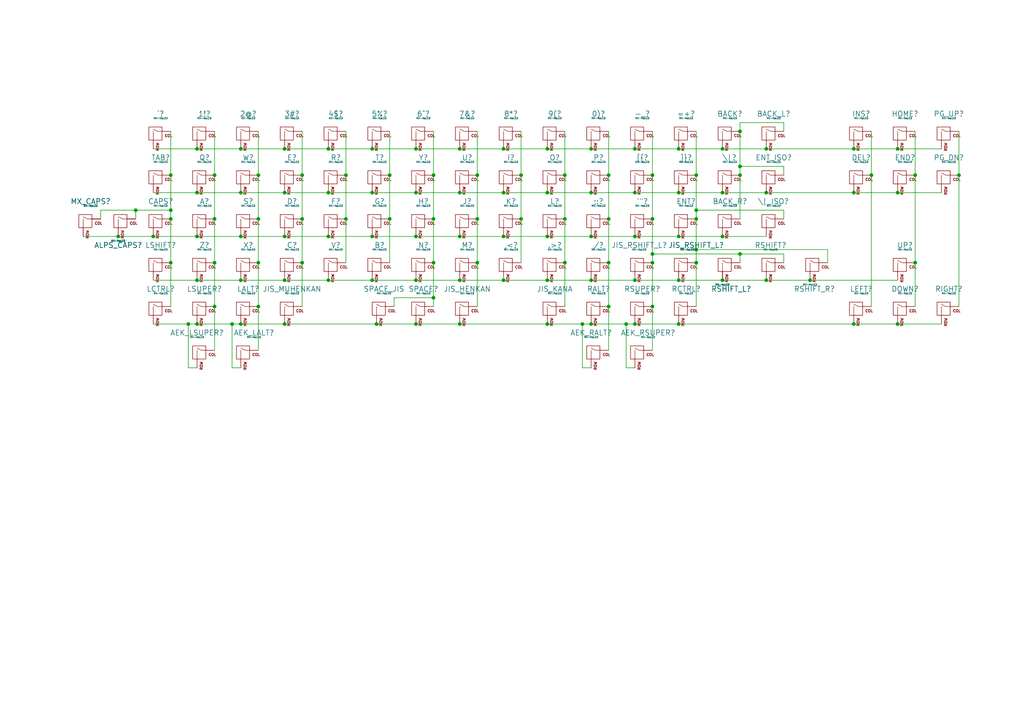
<source format=kicad_sch>
(kicad_sch (version 20211123) (generator eeschema)
  (paper "A4")
  (lib_symbols
    (symbol "MX_Alps_Hybrid:MX-NoLED" (pin_names (offset 1.016))
      (property "Reference" "MX" (at -0.635 3.81 0))
      (property "Value" "MX-NoLED" (at -0.635 1.27 0))
      (symbol "MX-NoLED_0_0"
        (rectangle (start -2.54 2.54) (end 1.27 -1.27))
        (polyline (pts (xy -1.27 -1.27) (xy -1.27 1.27)) (stroke (width 0.127)))
        (polyline (pts (xy 1.27 1.27) (xy 0 1.27) (xy -1.27 1.905)) (stroke (width 0.127)))
        (text "COL" (at 3.175 0 0) (effects (font (size 0.762 0.762))))
        (text "ROW" (at 0 -1.905 900) (effects (font (size 0.762 0.762)) (justify right)))
      )
      (symbol "MX-NoLED_1_1"
        (pin passive line (at 3.81 1.27 180) (length 2.54) (name "COL") (number "1"))
        (pin passive line (at -1.27 -3.81 90) (length 2.54) (name "ROW") (number "2"))
      )
    )
  )
  (junction (at 62.23 88.9))
  (junction (at 120.65 55.88))
  (junction (at 260.35 55.88))
  (junction (at 222.25 55.88))
  (junction (at 133.35 43.18))
  (junction (at 163.83 50.8))
  (junction (at 107.95 81.28))
  (junction (at 82.55 68.58))
  (junction (at 74.93 88.9))
  (junction (at 158.75 43.18))
  (junction (at 158.75 55.88))
  (junction (at 82.55 93.98))
  (junction (at 201.93 72.39))
  (junction (at 57.15 93.98))
  (junction (at 189.23 50.8))
  (junction (at 184.15 93.98))
  (junction (at 107.95 55.88))
  (junction (at 107.95 43.18))
  (junction (at 95.25 55.88))
  (junction (at 176.53 76.2))
  (junction (at 74.93 63.5))
  (junction (at 120.65 68.58))
  (junction (at 260.35 93.98))
  (junction (at 133.35 55.88))
  (junction (at 151.13 50.8))
  (junction (at 113.03 63.5))
  (junction (at 62.23 50.8))
  (junction (at 171.45 68.58))
  (junction (at 133.35 81.28))
  (junction (at 57.15 68.58))
  (junction (at 158.75 68.58))
  (junction (at 214.63 48.26))
  (junction (at 146.05 81.28))
  (junction (at 184.15 43.18))
  (junction (at 125.73 63.5))
  (junction (at 189.23 88.9))
  (junction (at 176.53 50.8))
  (junction (at 107.95 68.58))
  (junction (at 39.37 60.96))
  (junction (at 209.55 81.28))
  (junction (at 87.63 63.5))
  (junction (at 74.93 50.8))
  (junction (at 138.43 76.2))
  (junction (at 247.65 43.18))
  (junction (at 234.95 81.28))
  (junction (at 176.53 88.9))
  (junction (at 247.65 93.98))
  (junction (at 184.15 68.58))
  (junction (at 49.53 60.96))
  (junction (at 222.25 81.28))
  (junction (at 151.13 63.5))
  (junction (at 113.03 50.8))
  (junction (at 214.63 50.8))
  (junction (at 49.53 63.5))
  (junction (at 189.23 76.2))
  (junction (at 278.13 50.8))
  (junction (at 260.35 43.18))
  (junction (at 196.85 93.98))
  (junction (at 95.25 81.28))
  (junction (at 120.65 43.18))
  (junction (at 133.35 93.98))
  (junction (at 201.93 76.2))
  (junction (at 176.53 63.5))
  (junction (at 49.53 76.2))
  (junction (at 62.23 63.5))
  (junction (at 44.45 68.58))
  (junction (at 247.65 55.88))
  (junction (at 184.15 81.28))
  (junction (at 201.93 50.8))
  (junction (at 252.73 50.8))
  (junction (at 168.91 93.98))
  (junction (at 82.55 81.28))
  (junction (at 69.85 93.98))
  (junction (at 265.43 50.8))
  (junction (at 100.33 63.5))
  (junction (at 138.43 63.5))
  (junction (at 171.45 55.88))
  (junction (at 171.45 93.98))
  (junction (at 146.05 43.18))
  (junction (at 209.55 43.18))
  (junction (at 158.75 81.28))
  (junction (at 109.22 93.98))
  (junction (at 163.83 63.5))
  (junction (at 146.05 68.58))
  (junction (at 57.15 81.28))
  (junction (at 214.63 38.1))
  (junction (at 120.65 93.98))
  (junction (at 125.73 76.2))
  (junction (at 222.25 43.18))
  (junction (at 171.45 43.18))
  (junction (at 69.85 68.58))
  (junction (at 181.61 93.98))
  (junction (at 214.63 73.66))
  (junction (at 125.73 50.8))
  (junction (at 82.55 55.88))
  (junction (at 69.85 55.88))
  (junction (at 49.53 50.8))
  (junction (at 201.93 63.5))
  (junction (at 163.83 76.2))
  (junction (at 171.45 81.28))
  (junction (at 196.85 81.28))
  (junction (at 133.35 68.58))
  (junction (at 57.15 43.18))
  (junction (at 87.63 50.8))
  (junction (at 201.93 60.96))
  (junction (at 125.73 86.36))
  (junction (at 87.63 76.2))
  (junction (at 196.85 68.58))
  (junction (at 69.85 81.28))
  (junction (at 74.93 76.2))
  (junction (at 196.85 55.88))
  (junction (at 57.15 55.88))
  (junction (at 100.33 50.8))
  (junction (at 95.25 43.18))
  (junction (at 209.55 55.88))
  (junction (at 67.31 93.98))
  (junction (at 209.55 68.58))
  (junction (at 54.61 93.98))
  (junction (at 265.43 76.2))
  (junction (at 138.43 50.8))
  (junction (at 82.55 43.18))
  (junction (at 62.23 76.2))
  (junction (at 95.25 68.58))
  (junction (at 189.23 73.66))
  (junction (at 189.23 63.5))
  (junction (at 120.65 81.28))
  (junction (at 158.75 93.98))
  (junction (at 146.05 55.88))
  (junction (at 184.15 55.88))
  (junction (at 69.85 43.18))
  (junction (at 34.29 68.58))
  (junction (at 196.85 43.18))
  (wire (pts (xy 44.45 81.28) (xy 57.15 81.28)))
  (wire (pts (xy 69.85 81.28) (xy 82.55 81.28)))
  (wire (pts (xy 29.21 60.96) (xy 39.37 60.96)))
  (wire (pts (xy 133.35 55.88) (xy 146.05 55.88)))
  (wire (pts (xy 146.05 55.88) (xy 158.75 55.88)))
  (wire (pts (xy 100.33 38.1) (xy 100.33 50.8)))
  (wire (pts (xy 196.85 68.58) (xy 209.55 68.58)))
  (wire (pts (xy 214.63 35.56) (xy 214.63 38.1)))
  (wire (pts (xy 171.45 55.88) (xy 184.15 55.88)))
  (wire (pts (xy 163.83 76.2) (xy 163.83 88.9)))
  (wire (pts (xy 120.65 93.98) (xy 133.35 93.98)))
  (wire (pts (xy 29.21 60.96) (xy 29.21 63.5)))
  (wire (pts (xy 171.45 93.98) (xy 181.61 93.98)))
  (wire (pts (xy 69.85 43.18) (xy 82.55 43.18)))
  (wire (pts (xy 209.55 68.58) (xy 222.25 68.58)))
  (wire (pts (xy 260.35 55.88) (xy 273.05 55.88)))
  (wire (pts (xy 87.63 38.1) (xy 87.63 50.8)))
  (wire (pts (xy 222.25 55.88) (xy 247.65 55.88)))
  (wire (pts (xy 171.45 81.28) (xy 184.15 81.28)))
  (wire (pts (xy 138.43 63.5) (xy 138.43 76.2)))
  (wire (pts (xy 146.05 43.18) (xy 158.75 43.18)))
  (wire (pts (xy 95.25 68.58) (xy 107.95 68.58)))
  (wire (pts (xy 44.45 43.18) (xy 57.15 43.18)))
  (wire (pts (xy 265.43 50.8) (xy 265.43 76.2)))
  (wire (pts (xy 87.63 50.8) (xy 87.63 63.5)))
  (wire (pts (xy 44.45 93.98) (xy 54.61 93.98)))
  (wire (pts (xy 260.35 93.98) (xy 273.05 93.98)))
  (wire (pts (xy 184.15 93.98) (xy 196.85 93.98)))
  (wire (pts (xy 95.25 55.88) (xy 107.95 55.88)))
  (wire (pts (xy 69.85 55.88) (xy 82.55 55.88)))
  (wire (pts (xy 82.55 81.28) (xy 95.25 81.28)))
  (wire (pts (xy 107.95 55.88) (xy 120.65 55.88)))
  (wire (pts (xy 247.65 93.98) (xy 260.35 93.98)))
  (wire (pts (xy 168.91 106.68) (xy 171.45 106.68)))
  (wire (pts (xy 163.83 63.5) (xy 163.83 76.2)))
  (wire (pts (xy 113.03 38.1) (xy 113.03 50.8)))
  (wire (pts (xy 151.13 50.8) (xy 151.13 63.5)))
  (wire (pts (xy 176.53 88.9) (xy 176.53 101.6)))
  (wire (pts (xy 163.83 38.1) (xy 163.83 50.8)))
  (wire (pts (xy 82.55 93.98) (xy 109.22 93.98)))
  (wire (pts (xy 49.53 63.5) (xy 49.53 76.2)))
  (wire (pts (xy 114.3 86.36) (xy 125.73 86.36)))
  (wire (pts (xy 196.85 43.18) (xy 209.55 43.18)))
  (wire (pts (xy 214.63 50.8) (xy 214.63 63.5)))
  (wire (pts (xy 49.53 50.8) (xy 49.53 60.96)))
  (wire (pts (xy 107.95 81.28) (xy 120.65 81.28)))
  (wire (pts (xy 44.45 55.88) (xy 57.15 55.88)))
  (wire (pts (xy 168.91 93.98) (xy 171.45 93.98)))
  (wire (pts (xy 151.13 38.1) (xy 151.13 50.8)))
  (wire (pts (xy 214.63 48.26) (xy 227.33 48.26)))
  (wire (pts (xy 39.37 60.96) (xy 39.37 63.5)))
  (wire (pts (xy 189.23 38.1) (xy 189.23 50.8)))
  (wire (pts (xy 181.61 93.98) (xy 184.15 93.98)))
  (wire (pts (xy 209.55 43.18) (xy 222.25 43.18)))
  (wire (pts (xy 57.15 55.88) (xy 69.85 55.88)))
  (wire (pts (xy 54.61 93.98) (xy 57.15 93.98)))
  (wire (pts (xy 240.03 76.2) (xy 240.03 72.39)))
  (wire (pts (xy 49.53 76.2) (xy 49.53 88.9)))
  (wire (pts (xy 151.13 63.5) (xy 151.13 76.2)))
  (wire (pts (xy 260.35 43.18) (xy 273.05 43.18)))
  (wire (pts (xy 176.53 38.1) (xy 176.53 50.8)))
  (wire (pts (xy 138.43 50.8) (xy 138.43 63.5)))
  (wire (pts (xy 196.85 55.88) (xy 209.55 55.88)))
  (wire (pts (xy 107.95 68.58) (xy 120.65 68.58)))
  (wire (pts (xy 62.23 76.2) (xy 62.23 88.9)))
  (wire (pts (xy 227.33 35.56) (xy 227.33 38.1)))
  (wire (pts (xy 201.93 38.1) (xy 201.93 50.8)))
  (wire (pts (xy 49.53 38.1) (xy 49.53 50.8)))
  (wire (pts (xy 222.25 81.28) (xy 209.55 81.28)))
  (wire (pts (xy 158.75 43.18) (xy 171.45 43.18)))
  (wire (pts (xy 189.23 88.9) (xy 189.23 101.6)))
  (wire (pts (xy 176.53 50.8) (xy 176.53 63.5)))
  (wire (pts (xy 125.73 38.1) (xy 125.73 50.8)))
  (wire (pts (xy 247.65 55.88) (xy 260.35 55.88)))
  (wire (pts (xy 278.13 38.1) (xy 278.13 50.8)))
  (wire (pts (xy 113.03 50.8) (xy 113.03 63.5)))
  (wire (pts (xy 133.35 81.28) (xy 146.05 81.28)))
  (wire (pts (xy 158.75 81.28) (xy 171.45 81.28)))
  (wire (pts (xy 158.75 55.88) (xy 171.45 55.88)))
  (wire (pts (xy 39.37 60.96) (xy 49.53 60.96)))
  (wire (pts (xy 201.93 50.8) (xy 201.93 60.96)))
  (wire (pts (xy 171.45 43.18) (xy 184.15 43.18)))
  (wire (pts (xy 176.53 76.2) (xy 176.53 88.9)))
  (wire (pts (xy 62.23 38.1) (xy 62.23 50.8)))
  (wire (pts (xy 74.93 76.2) (xy 74.93 88.9)))
  (wire (pts (xy 67.31 93.98) (xy 69.85 93.98)))
  (wire (pts (xy 209.55 55.88) (xy 222.25 55.88)))
  (wire (pts (xy 184.15 43.18) (xy 196.85 43.18)))
  (wire (pts (xy 120.65 81.28) (xy 133.35 81.28)))
  (wire (pts (xy 125.73 76.2) (xy 125.73 86.36)))
  (wire (pts (xy 133.35 43.18) (xy 146.05 43.18)))
  (wire (pts (xy 120.65 68.58) (xy 133.35 68.58)))
  (wire (pts (xy 125.73 63.5) (xy 125.73 76.2)))
  (wire (pts (xy 184.15 55.88) (xy 196.85 55.88)))
  (wire (pts (xy 222.25 43.18) (xy 247.65 43.18)))
  (wire (pts (xy 69.85 93.98) (xy 82.55 93.98)))
  (wire (pts (xy 176.53 63.5) (xy 176.53 76.2)))
  (wire (pts (xy 163.83 50.8) (xy 163.83 63.5)))
  (wire (pts (xy 214.63 73.66) (xy 189.23 73.66)))
  (wire (pts (xy 181.61 106.68) (xy 181.61 93.98)))
  (wire (pts (xy 158.75 68.58) (xy 171.45 68.58)))
  (wire (pts (xy 227.33 63.5) (xy 227.33 60.96)))
  (wire (pts (xy 189.23 73.66) (xy 189.23 76.2)))
  (wire (pts (xy 49.53 60.96) (xy 49.53 63.5)))
  (wire (pts (xy 171.45 68.58) (xy 184.15 68.58)))
  (wire (pts (xy 120.65 55.88) (xy 133.35 55.88)))
  (wire (pts (xy 252.73 50.8) (xy 252.73 88.9)))
  (wire (pts (xy 57.15 93.98) (xy 67.31 93.98)))
  (wire (pts (xy 214.63 35.56) (xy 227.33 35.56)))
  (wire (pts (xy 247.65 43.18) (xy 260.35 43.18)))
  (wire (pts (xy 133.35 68.58) (xy 146.05 68.58)))
  (wire (pts (xy 62.23 63.5) (xy 62.23 76.2)))
  (wire (pts (xy 57.15 43.18) (xy 69.85 43.18)))
  (wire (pts (xy 138.43 38.1) (xy 138.43 50.8)))
  (wire (pts (xy 74.93 88.9) (xy 74.93 101.6)))
  (wire (pts (xy 201.93 60.96) (xy 227.33 60.96)))
  (wire (pts (xy 184.15 81.28) (xy 196.85 81.28)))
  (wire (pts (xy 138.43 76.2) (xy 138.43 88.9)))
  (wire (pts (xy 189.23 63.5) (xy 189.23 73.66)))
  (wire (pts (xy 54.61 93.98) (xy 54.61 106.68)))
  (wire (pts (xy 214.63 76.2) (xy 214.63 73.66)))
  (wire (pts (xy 189.23 50.8) (xy 189.23 63.5)))
  (wire (pts (xy 201.93 63.5) (xy 201.93 72.39)))
  (wire (pts (xy 184.15 68.58) (xy 196.85 68.58)))
  (wire (pts (xy 265.43 38.1) (xy 265.43 50.8)))
  (wire (pts (xy 120.65 43.18) (xy 133.35 43.18)))
  (wire (pts (xy 87.63 76.2) (xy 87.63 88.9)))
  (wire (pts (xy 214.63 38.1) (xy 214.63 48.26)))
  (wire (pts (xy 189.23 76.2) (xy 189.23 88.9)))
  (wire (pts (xy 74.93 50.8) (xy 74.93 63.5)))
  (wire (pts (xy 158.75 93.98) (xy 168.91 93.98)))
  (wire (pts (xy 100.33 50.8) (xy 100.33 63.5)))
  (wire (pts (xy 57.15 81.28) (xy 69.85 81.28)))
  (wire (pts (xy 74.93 38.1) (xy 74.93 50.8)))
  (wire (pts (xy 67.31 93.98) (xy 67.31 106.68)))
  (wire (pts (xy 74.93 63.5) (xy 74.93 76.2)))
  (wire (pts (xy 82.55 55.88) (xy 95.25 55.88)))
  (wire (pts (xy 214.63 48.26) (xy 214.63 50.8)))
  (wire (pts (xy 82.55 68.58) (xy 95.25 68.58)))
  (wire (pts (xy 95.25 81.28) (xy 107.95 81.28)))
  (wire (pts (xy 227.33 73.66) (xy 214.63 73.66)))
  (wire (pts (xy 265.43 76.2) (xy 265.43 88.9)))
  (wire (pts (xy 69.85 68.58) (xy 82.55 68.58)))
  (wire (pts (xy 67.31 106.68) (xy 69.85 106.68)))
  (wire (pts (xy 201.93 72.39) (xy 240.03 72.39)))
  (wire (pts (xy 109.22 93.98) (xy 120.65 93.98)))
  (wire (pts (xy 252.73 38.1) (xy 252.73 50.8)))
  (wire (pts (xy 278.13 50.8) (xy 278.13 88.9)))
  (wire (pts (xy 125.73 50.8) (xy 125.73 63.5)))
  (wire (pts (xy 201.93 76.2) (xy 201.93 88.9)))
  (wire (pts (xy 44.45 68.58) (xy 57.15 68.58)))
  (wire (pts (xy 227.33 76.2) (xy 227.33 73.66)))
  (wire (pts (xy 87.63 63.5) (xy 87.63 76.2)))
  (wire (pts (xy 201.93 72.39) (xy 201.93 76.2)))
  (wire (pts (xy 113.03 63.5) (xy 113.03 76.2)))
  (wire (pts (xy 201.93 60.96) (xy 201.93 63.5)))
  (wire (pts (xy 107.95 43.18) (xy 120.65 43.18)))
  (wire (pts (xy 125.73 86.36) (xy 125.73 88.9)))
  (wire (pts (xy 62.23 50.8) (xy 62.23 63.5)))
  (wire (pts (xy 234.95 81.28) (xy 260.35 81.28)))
  (wire (pts (xy 227.33 50.8) (xy 227.33 48.26)))
  (wire (pts (xy 57.15 68.58) (xy 69.85 68.58)))
  (wire (pts (xy 146.05 68.58) (xy 158.75 68.58)))
  (wire (pts (xy 196.85 81.28) (xy 209.55 81.28)))
  (wire (pts (xy 114.3 88.9) (xy 114.3 86.36)))
  (wire (pts (xy 34.29 68.58) (xy 44.45 68.58)))
  (wire (pts (xy 24.13 68.58) (xy 34.29 68.58)))
  (wire (pts (xy 82.55 43.18) (xy 95.25 43.18)))
  (wire (pts (xy 222.25 81.28) (xy 234.95 81.28)))
  (wire (pts (xy 62.23 88.9) (xy 62.23 101.6)))
  (wire (pts (xy 184.15 106.68) (xy 181.61 106.68)))
  (wire (pts (xy 95.25 43.18) (xy 107.95 43.18)))
  (wire (pts (xy 146.05 81.28) (xy 158.75 81.28)))
  (wire (pts (xy 196.85 93.98) (xy 247.65 93.98)))
  (wire (pts (xy 100.33 63.5) (xy 100.33 76.2)))
  (wire (pts (xy 54.61 106.68) (xy 57.15 106.68)))
  (wire (pts (xy 133.35 93.98) (xy 158.75 93.98)))
  (wire (pts (xy 168.91 93.98) (xy 168.91 106.68)))
  (symbol (lib_id "MX_Alps_Hybrid:MX-NoLED") (at 210.82 77.47 0) (unit 1)
    (property "Reference" "RSHIFT_L?" (at 212.09 83.82 0) (effects (font (size 1.524 1.524))))
    (property "Value" "MX-NoLED" (at 209.55 82.55 0) (effects (font (size 0.508 0.508))))
  )
  (symbol (lib_id "MX_Alps_Hybrid:MX-NoLED") (at 185.42 90.17 0) (unit 1)
    (property "Reference" "RSUPER?" (at 186.3057 83.82 0) (effects (font (size 1.524 1.524))))
    (property "Value" "MX-NoLED" (at 186.3056 85.09 0) (effects (font (size 0.508 0.508))))
  )
  (symbol (lib_id "MX_Alps_Hybrid:MX-NoLED") (at 210.82 64.77 0) (unit 1)
    (property "Reference" "BACK_R?" (at 211.7057 58.42 0) (effects (font (size 1.524 1.524))))
    (property "Value" "MX-NoLED" (at 211.7056 59.69 0) (effects (font (size 0.508 0.508))))
  )
  (symbol (lib_id "MX_Alps_Hybrid:MX-NoLED") (at 210.82 52.07 0) (unit 1)
    (property "Reference" "\\|?" (at 211.7057 45.72 0) (effects (font (size 1.524 1.524))))
    (property "Value" "MX-NoLED" (at 211.7056 46.99 0) (effects (font (size 0.508 0.508))))
  )
  (symbol (lib_id "MX_Alps_Hybrid:MX-NoLED") (at 274.32 39.37 0) (unit 1)
    (property "Reference" "PG_UP?" (at 275.2057 33.02 0) (effects (font (size 1.524 1.524))))
    (property "Value" "MX-NoLED" (at 275.2056 34.29 0) (effects (font (size 0.508 0.508))))
  )
  (symbol (lib_id "MX_Alps_Hybrid:MX-NoLED") (at 147.32 64.77 0) (unit 1)
    (property "Reference" "K?" (at 148.2056 58.42 0) (effects (font (size 1.524 1.524))))
    (property "Value" "MX-NoLED" (at 148.2056 59.69 0) (effects (font (size 0.508 0.508))))
  )
  (symbol (lib_id "MX_Alps_Hybrid:MX-NoLED") (at 134.62 77.47 0) (unit 1)
    (property "Reference" "M?" (at 135.5056 71.12 0) (effects (font (size 1.524 1.524))))
    (property "Value" "MX-NoLED" (at 135.5056 72.39 0) (effects (font (size 0.508 0.508))))
  )
  (symbol (lib_id "MX_Alps_Hybrid:MX-NoLED") (at 58.42 39.37 0) (unit 1)
    (property "Reference" "1!?" (at 59.3056 33.02 0) (effects (font (size 1.524 1.524))))
    (property "Value" "MX-NoLED" (at 59.3056 34.29 0) (effects (font (size 0.508 0.508))))
  )
  (symbol (lib_id "MX_Alps_Hybrid:MX-NoLED") (at 172.72 102.87 0) (unit 1)
    (property "Reference" "AEK_RALT?" (at 171.45 96.52 0) (effects (font (size 1.524 1.524))))
    (property "Value" "MX-NoLED" (at 171.45 97.79 0) (effects (font (size 0.508 0.508))))
  )
  (symbol (lib_id "MX_Alps_Hybrid:MX-NoLED") (at 83.82 39.37 0) (unit 1)
    (property "Reference" "3#?" (at 84.7056 33.02 0) (effects (font (size 1.524 1.524))))
    (property "Value" "MX-NoLED" (at 84.7056 34.29 0) (effects (font (size 0.508 0.508))))
  )
  (symbol (lib_id "MX_Alps_Hybrid:MX-NoLED") (at 58.42 90.17 0) (unit 1)
    (property "Reference" "LSUPER?" (at 59.3056 83.82 0) (effects (font (size 1.524 1.524))))
    (property "Value" "MX-NoLED" (at 59.3056 85.09 0) (effects (font (size 0.508 0.508))))
  )
  (symbol (lib_id "MX_Alps_Hybrid:MX-NoLED") (at 58.42 52.07 0) (unit 1)
    (property "Reference" "Q?" (at 59.3056 45.72 0) (effects (font (size 1.524 1.524))))
    (property "Value" "MX-NoLED" (at 59.3056 46.99 0) (effects (font (size 0.508 0.508))))
  )
  (symbol (lib_id "MX_Alps_Hybrid:MX-NoLED") (at 160.02 52.07 0) (unit 1)
    (property "Reference" "O?" (at 160.9056 45.72 0) (effects (font (size 1.524 1.524))))
    (property "Value" "MX-NoLED" (at 160.9056 46.99 0) (effects (font (size 0.508 0.508))))
  )
  (symbol (lib_id "MX_Alps_Hybrid:MX-NoLED") (at 198.12 77.47 0) (unit 1)
    (property "Reference" "JIS_RSHIFT_L?" (at 201.93 71.12 0) (effects (font (size 1.524 1.524))))
    (property "Value" "MX-NoLED" (at 199.39 72.39 0) (effects (font (size 0.508 0.508))))
  )
  (symbol (lib_id "MX_Alps_Hybrid:MX-NoLED") (at 261.62 39.37 0) (unit 1)
    (property "Reference" "HOME?" (at 262.5057 33.02 0) (effects (font (size 1.524 1.524))))
    (property "Value" "MX-NoLED" (at 262.5056 34.29 0) (effects (font (size 0.508 0.508))))
  )
  (symbol (lib_id "MX_Alps_Hybrid:MX-NoLED") (at 71.12 102.87 0) (unit 1)
    (property "Reference" "AEK_LALT?" (at 73.66 96.52 0) (effects (font (size 1.524 1.524))))
    (property "Value" "MX-NoLED" (at 73.66 97.79 0) (effects (font (size 0.508 0.508))))
  )
  (symbol (lib_id "MX_Alps_Hybrid:MX-NoLED") (at 274.32 90.17 0) (unit 1)
    (property "Reference" "RIGHT?" (at 275.2057 83.82 0) (effects (font (size 1.524 1.524))))
    (property "Value" "MX-NoLED" (at 275.2056 85.09 0) (effects (font (size 0.508 0.508))))
  )
  (symbol (lib_id "MX_Alps_Hybrid:MX-NoLED") (at 223.52 64.77 0) (unit 1)
    (property "Reference" "\\|_ISO?" (at 224.4057 58.42 0) (effects (font (size 1.524 1.524))))
    (property "Value" "MX-NoLED" (at 224.4056 59.69 0) (effects (font (size 0.508 0.508))))
  )
  (symbol (lib_id "MX_Alps_Hybrid:MX-NoLED") (at 83.82 90.17 0) (unit 1)
    (property "Reference" "JIS_MUHENKAN" (at 84.7056 83.82 0) (effects (font (size 1.524 1.524))))
    (property "Value" "MX-NoLED" (at 84.7056 85.09 0) (effects (font (size 0.508 0.508))))
  )
  (symbol (lib_id "MX_Alps_Hybrid:MX-NoLED") (at 83.82 77.47 0) (unit 1)
    (property "Reference" "C?" (at 84.7056 71.12 0) (effects (font (size 1.524 1.524))))
    (property "Value" "MX-NoLED" (at 84.7056 72.39 0) (effects (font (size 0.508 0.508))))
  )
  (symbol (lib_id "MX_Alps_Hybrid:MX-NoLED") (at 147.32 52.07 0) (unit 1)
    (property "Reference" "I?" (at 148.2056 45.72 0) (effects (font (size 1.524 1.524))))
    (property "Value" "MX-NoLED" (at 148.2056 46.99 0) (effects (font (size 0.508 0.508))))
  )
  (symbol (lib_id "MX_Alps_Hybrid:MX-NoLED") (at 96.52 77.47 0) (unit 1)
    (property "Reference" "V?" (at 97.4056 71.12 0) (effects (font (size 1.524 1.524))))
    (property "Value" "MX-NoLED" (at 97.4056 72.39 0) (effects (font (size 0.508 0.508))))
  )
  (symbol (lib_id "MX_Alps_Hybrid:MX-NoLED") (at 58.42 64.77 0) (unit 1)
    (property "Reference" "A?" (at 59.3056 58.42 0) (effects (font (size 1.524 1.524))))
    (property "Value" "MX-NoLED" (at 59.3056 59.69 0) (effects (font (size 0.508 0.508))))
  )
  (symbol (lib_id "MX_Alps_Hybrid:MX-NoLED") (at 160.02 90.17 0) (unit 1)
    (property "Reference" "JIS_KANA" (at 160.9056 83.82 0) (effects (font (size 1.524 1.524))))
    (property "Value" "MX-NoLED" (at 160.9056 85.09 0) (effects (font (size 0.508 0.508))))
  )
  (symbol (lib_id "MX_Alps_Hybrid:MX-NoLED") (at 121.92 52.07 0) (unit 1)
    (property "Reference" "Y?" (at 122.8056 45.72 0) (effects (font (size 1.524 1.524))))
    (property "Value" "MX-NoLED" (at 122.8056 46.99 0) (effects (font (size 0.508 0.508))))
  )
  (symbol (lib_id "MX_Alps_Hybrid:MX-NoLED") (at 185.42 39.37 0) (unit 1)
    (property "Reference" "-_?" (at 186.3057 33.02 0) (effects (font (size 1.524 1.524))))
    (property "Value" "MX-NoLED" (at 186.3056 34.29 0) (effects (font (size 0.508 0.508))))
  )
  (symbol (lib_id "MX_Alps_Hybrid:MX-NoLED") (at 236.22 77.47 0) (unit 1)
    (property "Reference" "RSHIFT_R?" (at 236.22 83.82 0) (effects (font (size 1.524 1.524))))
    (property "Value" "MX-NoLED" (at 234.95 82.55 0) (effects (font (size 0.508 0.508))))
  )
  (symbol (lib_id "MX_Alps_Hybrid:MX-NoLED") (at 185.42 77.47 0) (unit 1)
    (property "Reference" "JIS_RSHIFT_L?" (at 185.42 71.12 0) (effects (font (size 1.524 1.524))))
    (property "Value" "MX-NoLED" (at 185.42 72.39 0) (effects (font (size 0.508 0.508))))
  )
  (symbol (lib_id "MX_Alps_Hybrid:MX-NoLED") (at 223.52 52.07 0) (unit 1)
    (property "Reference" "ENT_ISO?" (at 224.4057 45.72 0) (effects (font (size 1.524 1.524))))
    (property "Value" "MX-NoLED" (at 224.4056 46.99 0) (effects (font (size 0.508 0.508))))
  )
  (symbol (lib_id "MX_Alps_Hybrid:MX-NoLED") (at 134.62 90.17 0) (unit 1)
    (property "Reference" "JIS_HENKAN" (at 135.5056 83.82 0) (effects (font (size 1.524 1.524))))
    (property "Value" "MX-NoLED" (at 135.5056 85.09 0) (effects (font (size 0.508 0.508))))
  )
  (symbol (lib_id "MX_Alps_Hybrid:MX-NoLED") (at 109.22 52.07 0) (unit 1)
    (property "Reference" "T?" (at 110.1056 45.72 0) (effects (font (size 1.524 1.524))))
    (property "Value" "MX-NoLED" (at 110.1056 46.99 0) (effects (font (size 0.508 0.508))))
  )
  (symbol (lib_id "MX_Alps_Hybrid:MX-NoLED") (at 83.82 64.77 0) (unit 1)
    (property "Reference" "D?" (at 84.7056 58.42 0) (effects (font (size 1.524 1.524))))
    (property "Value" "MX-NoLED" (at 84.7056 59.69 0) (effects (font (size 0.508 0.508))))
  )
  (symbol (lib_id "MX_Alps_Hybrid:MX-NoLED") (at 96.52 39.37 0) (unit 1)
    (property "Reference" "4$?" (at 97.4056 33.02 0) (effects (font (size 1.524 1.524))))
    (property "Value" "MX-NoLED" (at 97.4056 34.29 0) (effects (font (size 0.508 0.508))))
  )
  (symbol (lib_id "MX_Alps_Hybrid:MX-NoLED") (at 71.12 39.37 0) (unit 1)
    (property "Reference" "2@?" (at 72.0056 33.02 0) (effects (font (size 1.524 1.524))))
    (property "Value" "MX-NoLED" (at 72.0056 34.29 0) (effects (font (size 0.508 0.508))))
  )
  (symbol (lib_id "MX_Alps_Hybrid:MX-NoLED") (at 261.62 90.17 0) (unit 1)
    (property "Reference" "DOWN?" (at 262.5057 83.82 0) (effects (font (size 1.524 1.524))))
    (property "Value" "MX-NoLED" (at 262.5056 85.09 0) (effects (font (size 0.508 0.508))))
  )
  (symbol (lib_id "MX_Alps_Hybrid:MX-NoLED") (at 109.22 64.77 0) (unit 1)
    (property "Reference" "G?" (at 110.1056 58.42 0) (effects (font (size 1.524 1.524))))
    (property "Value" "MX-NoLED" (at 110.1056 59.69 0) (effects (font (size 0.508 0.508))))
  )
  (symbol (lib_id "MX_Alps_Hybrid:MX-NoLED") (at 172.72 77.47 0) (unit 1)
    (property "Reference" "/?" (at 173.6057 71.12 0) (effects (font (size 1.524 1.524))))
    (property "Value" "MX-NoLED" (at 173.6056 72.39 0) (effects (font (size 0.508 0.508))))
  )
  (symbol (lib_id "MX_Alps_Hybrid:MX-NoLED") (at 121.92 77.47 0) (unit 1)
    (property "Reference" "N?" (at 122.8056 71.12 0) (effects (font (size 1.524 1.524))))
    (property "Value" "MX-NoLED" (at 122.8056 72.39 0) (effects (font (size 0.508 0.508))))
  )
  (symbol (lib_id "MX_Alps_Hybrid:MX-NoLED") (at 109.22 39.37 0) (unit 1)
    (property "Reference" "5%?" (at 110.1056 33.02 0) (effects (font (size 1.524 1.524))))
    (property "Value" "MX-NoLED" (at 110.1056 34.29 0) (effects (font (size 0.508 0.508))))
  )
  (symbol (lib_id "MX_Alps_Hybrid:MX-NoLED") (at 58.42 77.47 0) (unit 1)
    (property "Reference" "Z?" (at 59.3056 71.12 0) (effects (font (size 1.524 1.524))))
    (property "Value" "MX-NoLED" (at 59.3056 72.39 0) (effects (font (size 0.508 0.508))))
  )
  (symbol (lib_id "MX_Alps_Hybrid:MX-NoLED") (at 147.32 39.37 0) (unit 1)
    (property "Reference" "8*?" (at 148.2056 33.02 0) (effects (font (size 1.524 1.524))))
    (property "Value" "MX-NoLED" (at 148.2056 34.29 0) (effects (font (size 0.508 0.508))))
  )
  (symbol (lib_id "MX_Alps_Hybrid:MX-NoLED") (at 160.02 77.47 0) (unit 1)
    (property "Reference" ".>?" (at 160.9057 71.12 0) (effects (font (size 1.524 1.524))))
    (property "Value" "MX-NoLED" (at 160.9056 72.39 0) (effects (font (size 0.508 0.508))))
  )
  (symbol (lib_id "MX_Alps_Hybrid:MX-NoLED") (at 121.92 64.77 0) (unit 1)
    (property "Reference" "H?" (at 122.8056 58.42 0) (effects (font (size 1.524 1.524))))
    (property "Value" "MX-NoLED" (at 122.8056 59.69 0) (effects (font (size 0.508 0.508))))
  )
  (symbol (lib_id "MX_Alps_Hybrid:MX-NoLED") (at 185.42 64.77 0) (unit 1)
    (property "Reference" "'\"?" (at 186.3057 58.42 0) (effects (font (size 1.524 1.524))))
    (property "Value" "MX-NoLED" (at 186.3056 59.69 0) (effects (font (size 0.508 0.508))))
  )
  (symbol (lib_id "MX_Alps_Hybrid:MX-NoLED") (at 134.62 39.37 0) (unit 1)
    (property "Reference" "7&?" (at 135.5056 33.02 0) (effects (font (size 1.524 1.524))))
    (property "Value" "MX-NoLED" (at 135.5056 34.29 0) (effects (font (size 0.508 0.508))))
  )
  (symbol (lib_id "MX_Alps_Hybrid:MX-NoLED") (at 71.12 64.77 0) (unit 1)
    (property "Reference" "S?" (at 72.0056 58.42 0) (effects (font (size 1.524 1.524))))
    (property "Value" "MX-NoLED" (at 72.0056 59.69 0) (effects (font (size 0.508 0.508))))
  )
  (symbol (lib_id "MX_Alps_Hybrid:MX-NoLED") (at 134.62 52.07 0) (unit 1)
    (property "Reference" "U?" (at 135.5056 45.72 0) (effects (font (size 1.524 1.524))))
    (property "Value" "MX-NoLED" (at 135.5056 46.99 0) (effects (font (size 0.508 0.508))))
  )
  (symbol (lib_id "MX_Alps_Hybrid:MX-NoLED") (at 198.12 52.07 0) (unit 1)
    (property "Reference" "]}?" (at 199.0057 45.72 0) (effects (font (size 1.524 1.524))))
    (property "Value" "MX-NoLED" (at 199.0056 46.99 0) (effects (font (size 0.508 0.508))))
  )
  (symbol (lib_id "MX_Alps_Hybrid:MX-NoLED") (at 261.62 52.07 0) (unit 1)
    (property "Reference" "END?" (at 262.5057 45.72 0) (effects (font (size 1.524 1.524))))
    (property "Value" "MX-NoLED" (at 262.5056 46.99 0) (effects (font (size 0.508 0.508))))
  )
  (symbol (lib_id "MX_Alps_Hybrid:MX-NoLED") (at 147.32 77.47 0) (unit 1)
    (property "Reference" ",<?" (at 148.2056 71.12 0) (effects (font (size 1.524 1.524))))
    (property "Value" "MX-NoLED" (at 148.2056 72.39 0) (effects (font (size 0.508 0.508))))
  )
  (symbol (lib_id "MX_Alps_Hybrid:MX-NoLED") (at 172.72 52.07 0) (unit 1)
    (property "Reference" "P?" (at 173.6057 45.72 0) (effects (font (size 1.524 1.524))))
    (property "Value" "MX-NoLED" (at 173.6056 46.99 0) (effects (font (size 0.508 0.508))))
  )
  (symbol (lib_id "MX_Alps_Hybrid:MX-NoLED") (at 198.12 39.37 0) (unit 1)
    (property "Reference" "=+?" (at 199.0057 33.02 0) (effects (font (size 1.524 1.524))))
    (property "Value" "MX-NoLED" (at 199.0056 34.29 0) (effects (font (size 0.508 0.508))))
  )
  (symbol (lib_id "MX_Alps_Hybrid:MX-NoLED") (at 45.72 52.07 0) (unit 1)
    (property "Reference" "TAB?" (at 46.6056 45.72 0) (effects (font (size 1.524 1.524))))
    (property "Value" "MX-NoLED" (at 46.6056 46.99 0) (effects (font (size 0.508 0.508))))
  )
  (symbol (lib_id "MX_Alps_Hybrid:MX-NoLED") (at 83.82 52.07 0) (unit 1)
    (property "Reference" "E?" (at 84.7056 45.72 0) (effects (font (size 1.524 1.524))))
    (property "Value" "MX-NoLED" (at 84.7056 46.99 0) (effects (font (size 0.508 0.508))))
  )
  (symbol (lib_id "MX_Alps_Hybrid:MX-NoLED") (at 134.62 64.77 0) (unit 1)
    (property "Reference" "J?" (at 135.5056 58.42 0) (effects (font (size 1.524 1.524))))
    (property "Value" "MX-NoLED" (at 135.5056 59.69 0) (effects (font (size 0.508 0.508))))
  )
  (symbol (lib_id "MX_Alps_Hybrid:MX-NoLED") (at 71.12 52.07 0) (unit 1)
    (property "Reference" "W?" (at 72.0056 45.72 0) (effects (font (size 1.524 1.524))))
    (property "Value" "MX-NoLED" (at 72.0056 46.99 0) (effects (font (size 0.508 0.508))))
  )
  (symbol (lib_id "MX_Alps_Hybrid:MX-NoLED") (at 58.42 102.87 0) (unit 1)
    (property "Reference" "AEK_LSUPER?" (at 57.15 96.52 0) (effects (font (size 1.524 1.524))))
    (property "Value" "MX-NoLED" (at 57.15 97.79 0) (effects (font (size 0.508 0.508))))
  )
  (symbol (lib_id "MX_Alps_Hybrid:MX-NoLED") (at 45.72 90.17 0) (unit 1)
    (property "Reference" "LCTRL?" (at 46.6056 83.82 0) (effects (font (size 1.524 1.524))))
    (property "Value" "MX-NoLED" (at 46.6056 85.09 0) (effects (font (size 0.508 0.508))))
  )
  (symbol (lib_id "MX_Alps_Hybrid:MX-NoLED") (at 248.92 39.37 0) (unit 1)
    (property "Reference" "INS?" (at 249.8057 33.02 0) (effects (font (size 1.524 1.524))))
    (property "Value" "MX-NoLED" (at 249.8056 34.29 0) (effects (font (size 0.508 0.508))))
  )
  (symbol (lib_id "MX_Alps_Hybrid:MX-NoLED") (at 223.52 39.37 0) (unit 1)
    (property "Reference" "BACK_L?" (at 224.4057 33.02 0) (effects (font (size 1.524 1.524))))
    (property "Value" "MX-NoLED" (at 224.4056 34.29 0) (effects (font (size 0.508 0.508))))
  )
  (symbol (lib_id "MX_Alps_Hybrid:MX-NoLED") (at 109.22 77.47 0) (unit 1)
    (property "Reference" "B?" (at 110.1056 71.12 0) (effects (font (size 1.524 1.524))))
    (property "Value" "MX-NoLED" (at 110.1056 72.39 0) (effects (font (size 0.508 0.508))))
  )
  (symbol (lib_id "MX_Alps_Hybrid:MX-NoLED") (at 172.72 90.17 0) (unit 1)
    (property "Reference" "RALT?" (at 173.6057 83.82 0) (effects (font (size 1.524 1.524))))
    (property "Value" "MX-NoLED" (at 173.6056 85.09 0) (effects (font (size 0.508 0.508))))
  )
  (symbol (lib_id "MX_Alps_Hybrid:MX-NoLED") (at 71.12 77.47 0) (unit 1)
    (property "Reference" "X?" (at 72.0056 71.12 0) (effects (font (size 1.524 1.524))))
    (property "Value" "MX-NoLED" (at 72.0056 72.39 0) (effects (font (size 0.508 0.508))))
  )
  (symbol (lib_id "MX_Alps_Hybrid:MX-NoLED") (at 110.49 90.17 0) (unit 1)
    (property "Reference" "SPACE_JIS" (at 111.3756 83.82 0) (effects (font (size 1.524 1.524))))
    (property "Value" "MX-NoLED" (at 111.3756 85.09 0) (effects (font (size 0.508 0.508))))
  )
  (symbol (lib_id "MX_Alps_Hybrid:MX-NoLED") (at 45.72 39.37 0) (unit 1)
    (property "Reference" "`?" (at 46.6056 33.02 0) (effects (font (size 1.524 1.524))))
    (property "Value" "MX-NoLED" (at 46.6056 34.29 0) (effects (font (size 0.508 0.508))))
  )
  (symbol (lib_id "MX_Alps_Hybrid:MX-NoLED") (at 25.4 64.77 0) (unit 1)
    (property "Reference" "MX_CAPS?" (at 26.2856 58.42 0) (effects (font (size 1.524 1.524))))
    (property "Value" "MX-NoLED" (at 26.2856 59.69 0) (effects (font (size 0.508 0.508))))
  )
  (symbol (lib_id "MX_Alps_Hybrid:MX-NoLED") (at 35.56 64.77 0) (unit 1)
    (property "Reference" "ALPS_CAPS?" (at 34.29 71.12 0) (effects (font (size 1.524 1.524))))
    (property "Value" "MX-NoLED" (at 34.29 69.85 0) (effects (font (size 0.508 0.508))))
  )
  (symbol (lib_id "MX_Alps_Hybrid:MX-NoLED") (at 185.42 52.07 0) (unit 1)
    (property "Reference" "[{?" (at 186.3057 45.72 0) (effects (font (size 1.524 1.524))))
    (property "Value" "MX-NoLED" (at 186.3056 46.99 0) (effects (font (size 0.508 0.508))))
  )
  (symbol (lib_id "MX_Alps_Hybrid:MX-NoLED") (at 160.02 64.77 0) (unit 1)
    (property "Reference" "L?" (at 160.9057 58.42 0) (effects (font (size 1.524 1.524))))
    (property "Value" "MX-NoLED" (at 160.9056 59.69 0) (effects (font (size 0.508 0.508))))
  )
  (symbol (lib_id "MX_Alps_Hybrid:MX-NoLED") (at 261.62 77.47 0) (unit 1)
    (property "Reference" "UP?" (at 262.5057 71.12 0) (effects (font (size 1.524 1.524))))
    (property "Value" "MX-NoLED" (at 262.5056 72.39 0) (effects (font (size 0.508 0.508))))
  )
  (symbol (lib_id "MX_Alps_Hybrid:MX-NoLED") (at 198.12 90.17 0) (unit 1)
    (property "Reference" "RCTRL?" (at 199.0057 83.82 0) (effects (font (size 1.524 1.524))))
    (property "Value" "MX-NoLED" (at 199.0056 85.09 0) (effects (font (size 0.508 0.508))))
  )
  (symbol (lib_id "MX_Alps_Hybrid:MX-NoLED") (at 198.12 64.77 0) (unit 1)
    (property "Reference" "ENT?" (at 199.0057 58.42 0) (effects (font (size 1.524 1.524))))
    (property "Value" "MX-NoLED" (at 199.0056 59.69 0) (effects (font (size 0.508 0.508))))
  )
  (symbol (lib_id "MX_Alps_Hybrid:MX-NoLED") (at 45.72 77.47 0) (unit 1)
    (property "Reference" "LSHIFT?" (at 46.6056 71.12 0) (effects (font (size 1.524 1.524))))
    (property "Value" "MX-NoLED" (at 46.6056 72.39 0) (effects (font (size 0.508 0.508))))
  )
  (symbol (lib_id "MX_Alps_Hybrid:MX-NoLED") (at 45.72 64.77 0) (unit 1)
    (property "Reference" "CAPS?" (at 46.6056 58.42 0) (effects (font (size 1.524 1.524))))
    (property "Value" "MX-NoLED" (at 46.6056 59.69 0) (effects (font (size 0.508 0.508))))
  )
  (symbol (lib_id "MX_Alps_Hybrid:MX-NoLED") (at 185.42 102.87 0) (unit 1)
    (property "Reference" "AEK_RSUPER?" (at 187.96 96.52 0) (effects (font (size 1.524 1.524))))
    (property "Value" "MX-NoLED" (at 187.96 97.79 0) (effects (font (size 0.508 0.508))))
  )
  (symbol (lib_id "MX_Alps_Hybrid:MX-NoLED") (at 274.32 52.07 0) (unit 1)
    (property "Reference" "PG_DN?" (at 275.2057 45.72 0) (effects (font (size 1.524 1.524))))
    (property "Value" "MX-NoLED" (at 275.2056 46.99 0) (effects (font (size 0.508 0.508))))
  )
  (symbol (lib_id "MX_Alps_Hybrid:MX-NoLED") (at 223.52 77.47 0) (unit 1)
    (property "Reference" "RSHIFT?" (at 223.52 71.12 0) (effects (font (size 1.524 1.524))))
    (property "Value" "MX-NoLED" (at 223.52 72.39 0) (effects (font (size 0.508 0.508))))
  )
  (symbol (lib_id "MX_Alps_Hybrid:MX-NoLED") (at 121.92 90.17 0) (unit 1)
    (property "Reference" "SPACE?" (at 122.8056 83.82 0) (effects (font (size 1.524 1.524))))
    (property "Value" "MX-NoLED" (at 122.8056 85.09 0) (effects (font (size 0.508 0.508))))
  )
  (symbol (lib_id "MX_Alps_Hybrid:MX-NoLED") (at 160.02 39.37 0) (unit 1)
    (property "Reference" "9(?" (at 160.9056 33.02 0) (effects (font (size 1.524 1.524))))
    (property "Value" "MX-NoLED" (at 160.9056 34.29 0) (effects (font (size 0.508 0.508))))
  )
  (symbol (lib_id "MX_Alps_Hybrid:MX-NoLED") (at 172.72 39.37 0) (unit 1)
    (property "Reference" "0)?" (at 173.6057 33.02 0) (effects (font (size 1.524 1.524))))
    (property "Value" "MX-NoLED" (at 173.6056 34.29 0) (effects (font (size 0.508 0.508))))
  )
  (symbol (lib_id "MX_Alps_Hybrid:MX-NoLED") (at 172.72 64.77 0) (unit 1)
    (property "Reference" ";:?" (at 173.6057 58.42 0) (effects (font (size 1.524 1.524))))
    (property "Value" "MX-NoLED" (at 173.6056 59.69 0) (effects (font (size 0.508 0.508))))
  )
  (symbol (lib_id "MX_Alps_Hybrid:MX-NoLED") (at 210.82 39.37 0) (unit 1)
    (property "Reference" "BACK?" (at 211.7057 33.02 0) (effects (font (size 1.524 1.524))))
    (property "Value" "MX-NoLED" (at 211.7056 34.29 0) (effects (font (size 0.508 0.508))))
  )
  (symbol (lib_id "MX_Alps_Hybrid:MX-NoLED") (at 248.92 90.17 0) (unit 1)
    (property "Reference" "LEFT?" (at 249.8057 83.82 0) (effects (font (size 1.524 1.524))))
    (property "Value" "MX-NoLED" (at 249.8056 85.09 0) (effects (font (size 0.508 0.508))))
  )
  (symbol (lib_id "MX_Alps_Hybrid:MX-NoLED") (at 96.52 64.77 0) (unit 1)
    (property "Reference" "F?" (at 97.4056 58.42 0) (effects (font (size 1.524 1.524))))
    (property "Value" "MX-NoLED" (at 97.4056 59.69 0) (effects (font (size 0.508 0.508))))
  )
  (symbol (lib_id "MX_Alps_Hybrid:MX-NoLED") (at 248.92 52.07 0) (unit 1)
    (property "Reference" "DEL?" (at 249.8057 45.72 0) (effects (font (size 1.524 1.524))))
    (property "Value" "MX-NoLED" (at 249.8056 46.99 0) (effects (font (size 0.508 0.508))))
  )
  (symbol (lib_id "MX_Alps_Hybrid:MX-NoLED") (at 121.92 39.37 0) (unit 1)
    (property "Reference" "6^?" (at 122.8056 33.02 0) (effects (font (size 1.524 1.524))))
    (property "Value" "MX-NoLED" (at 122.8056 34.29 0) (effects (font (size 0.508 0.508))))
  )
  (symbol (lib_id "MX_Alps_Hybrid:MX-NoLED") (at 71.12 90.17 0) (unit 1)
    (property "Reference" "LALT?" (at 72.0056 83.82 0) (effects (font (size 1.524 1.524))))
    (property "Value" "MX-NoLED" (at 72.0056 85.09 0) (effects (font (size 0.508 0.508))))
  )
  (symbol (lib_id "MX_Alps_Hybrid:MX-NoLED") (at 96.52 52.07 0) (unit 1)
    (property "Reference" "R?" (at 97.4056 45.72 0) (effects (font (size 1.524 1.524))))
    (property "Value" "MX-NoLED" (at 97.4056 46.99 0) (effects (font (size 0.508 0.508))))
  )
)
</source>
